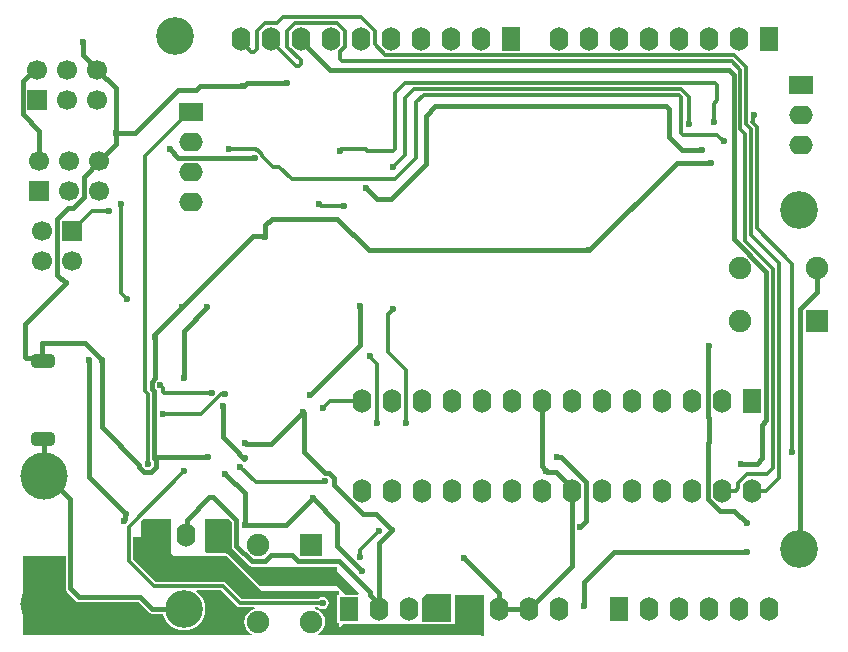
<source format=gbl>
G04*
G04 #@! TF.GenerationSoftware,Altium Limited,Altium Designer,20.1.7 (139)*
G04*
G04 Layer_Physical_Order=2*
G04 Layer_Color=16711680*
%FSLAX44Y44*%
%MOMM*%
G71*
G04*
G04 #@! TF.SameCoordinates,E8198626-57D4-45C4-B418-2AD32184AFD2*
G04*
G04*
G04 #@! TF.FilePolarity,Positive*
G04*
G01*
G75*
%ADD18R,1.9000X1.9000*%
%ADD65R,1.9000X1.9000*%
%ADD66C,1.9000*%
%ADD72C,0.3000*%
%ADD73C,0.4000*%
%ADD74O,1.6000X2.0000*%
%ADD75R,1.6000X2.0000*%
%ADD76C,3.2000*%
G04:AMPARAMS|DCode=77|XSize=2mm|YSize=1.2mm|CornerRadius=0.36mm|HoleSize=0mm|Usage=FLASHONLY|Rotation=0.000|XOffset=0mm|YOffset=0mm|HoleType=Round|Shape=RoundedRectangle|*
%AMROUNDEDRECTD77*
21,1,2.0000,0.4800,0,0,0.0*
21,1,1.2800,1.2000,0,0,0.0*
1,1,0.7200,0.6400,-0.2400*
1,1,0.7200,-0.6400,-0.2400*
1,1,0.7200,-0.6400,0.2400*
1,1,0.7200,0.6400,0.2400*
%
%ADD77ROUNDEDRECTD77*%
%ADD78R,1.7000X1.7000*%
%ADD79C,1.7000*%
%ADD80O,2.0000X1.6000*%
%ADD81R,2.0000X1.6000*%
%ADD82C,4.0000*%
%ADD83C,0.6000*%
G36*
X180000Y98732D02*
Y77500D01*
X180282D01*
X180333Y77247D01*
X181217Y75924D01*
X194024Y63116D01*
X194024Y63116D01*
X195347Y62232D01*
X196497Y62003D01*
X197500Y61000D01*
X269000D01*
Y57000D01*
X287427Y38573D01*
X286941Y37400D01*
X276600D01*
X269500Y44500D01*
X204384D01*
X176942Y71942D01*
X176280Y72384D01*
X175500Y72539D01*
X174961D01*
X174500Y73000D01*
X158000D01*
X157500Y75500D01*
Y101500D01*
X177232D01*
X180000Y98732D01*
D02*
G37*
G36*
X129000Y72500D02*
X131000Y70500D01*
X175500D01*
X205500Y40500D01*
X270500D01*
Y37400D01*
X269400D01*
Y13400D01*
X270500D01*
Y9000D01*
X274000Y12500D01*
X369000D01*
Y36793D01*
X369500Y37000D01*
X393500D01*
Y2659D01*
X392327Y2173D01*
X391500Y3000D01*
X253106D01*
X252854Y4270D01*
X253300Y4455D01*
X255702Y6298D01*
X257545Y8700D01*
X258704Y11498D01*
X259099Y14500D01*
X258704Y17502D01*
X257545Y20300D01*
X255702Y22702D01*
X253300Y24545D01*
X250502Y25704D01*
X250723Y26931D01*
X253371D01*
X253395Y26895D01*
X255049Y25790D01*
X257000Y25402D01*
X258951Y25790D01*
X260605Y26895D01*
X261710Y28549D01*
X262098Y30500D01*
X261710Y32451D01*
X260605Y34105D01*
X258951Y35210D01*
X257000Y35598D01*
X255049Y35210D01*
X253395Y34105D01*
X253371Y34069D01*
X188200D01*
X174845Y47423D01*
X173687Y48197D01*
X172322Y48469D01*
X115578D01*
X96569Y67478D01*
Y86500D01*
X103000D01*
Y99953D01*
X104547Y101500D01*
X129000D01*
Y72500D01*
D02*
G37*
G36*
X365500Y15000D02*
X365309Y14539D01*
X341000D01*
Y34500D01*
X345000Y38500D01*
X365500D01*
Y15000D01*
D02*
G37*
G36*
X39422Y43000D02*
X39422Y43000D01*
X39732Y41439D01*
X40616Y40116D01*
X48116Y32616D01*
X48116Y32616D01*
X49439Y31732D01*
X51000Y31422D01*
X100811D01*
X109716Y22516D01*
X111039Y21632D01*
X112600Y21322D01*
X112600Y21322D01*
X122127D01*
X122990Y18478D01*
X124661Y15351D01*
X126910Y12610D01*
X129651Y10361D01*
X132778Y8690D01*
X136171Y7660D01*
X139700Y7313D01*
X143229Y7660D01*
X146622Y8690D01*
X149749Y10361D01*
X152490Y12610D01*
X154739Y15351D01*
X156410Y18478D01*
X157439Y21871D01*
X157787Y25400D01*
X157439Y28929D01*
X156410Y32322D01*
X154739Y35449D01*
X152490Y38189D01*
X150209Y40061D01*
X150663Y41331D01*
X170844D01*
X184198Y27977D01*
X185356Y27203D01*
X186722Y26931D01*
X199277D01*
X199498Y25704D01*
X196700Y24545D01*
X194298Y22702D01*
X192455Y20300D01*
X191296Y17502D01*
X190901Y14500D01*
X191296Y11498D01*
X192455Y8700D01*
X194298Y6298D01*
X196700Y4455D01*
X197146Y4270D01*
X196894Y3000D01*
X3707D01*
X3500Y3500D01*
Y70500D01*
X39422D01*
Y43000D01*
D02*
G37*
D18*
X247500Y79500D02*
D03*
D65*
X675500Y269000D02*
D03*
D66*
Y314000D02*
D03*
X610500D02*
D03*
Y269000D02*
D03*
X247500Y14500D02*
D03*
X202500D02*
D03*
Y79500D02*
D03*
D72*
X107000Y409000D02*
X144000Y446000D01*
X107000Y209822D02*
Y409000D01*
X109000Y148500D02*
Y207822D01*
X107000Y209822D02*
X109000Y207822D01*
X119500Y215000D02*
X122074Y212426D01*
X654500Y158000D02*
Y317902D01*
X624500Y347902D02*
X654500Y317902D01*
X259000Y133085D02*
X259314Y133399D01*
X259000Y133000D02*
Y133085D01*
X200500Y133000D02*
X259000D01*
X187500Y146000D02*
X200500Y133000D01*
X93000Y66000D02*
X114100Y44900D01*
X172322D01*
X186722Y30500D01*
X257000D01*
X93000Y66000D02*
Y95000D01*
X140000Y142000D01*
X121500Y190500D02*
X154192D01*
X122074Y209425D02*
Y212426D01*
Y209425D02*
X123000Y208500D01*
X144000Y446000D02*
X146000D01*
X123000Y208500D02*
X163000D01*
X86500Y293000D02*
X91500Y288000D01*
X86500Y293000D02*
Y368500D01*
X256000Y366500D02*
X275500D01*
X254000Y368500D02*
X256000Y366500D01*
X288500Y69900D02*
Y75500D01*
Y69900D02*
X288700Y69700D01*
X154192Y190500D02*
X171192Y207500D01*
X174420D01*
X174789Y207132D01*
X315500Y278621D02*
X316500Y279621D01*
X315500Y277810D02*
Y278621D01*
X312500Y274810D02*
X315500Y277810D01*
X312500Y243000D02*
Y274810D01*
X595250Y125730D02*
X607393D01*
X609150Y127487D02*
Y132493D01*
X616657Y140000D01*
X607393Y125730D02*
X609150Y127487D01*
X616657Y140000D02*
X633243D01*
X326500Y409500D02*
Y458000D01*
X336000Y407500D02*
Y454500D01*
X318000Y389500D02*
X336000Y407500D01*
X317000Y400000D02*
X326500Y409500D01*
X318500Y415257D02*
Y462500D01*
X294527Y413500D02*
X316743D01*
X231000Y389500D02*
X318000D01*
X316743Y413500D02*
X318500Y415257D01*
X560500Y428500D02*
X562500Y426500D01*
X567500Y436000D02*
Y459314D01*
X560500Y428500D02*
Y459243D01*
X562500Y426500D02*
X591308D01*
X560814Y466000D02*
X567500Y459314D01*
X200278Y414500D02*
X200778Y414000D01*
X206000Y408778D02*
X214778Y400000D01*
X202192Y414000D02*
X206000Y410192D01*
Y408778D02*
Y410192D01*
X200778Y414000D02*
X202192D01*
X214778Y400000D02*
X220500D01*
X177500Y414500D02*
X200278D01*
X220500Y400000D02*
X231000Y389500D01*
X288500Y75500D02*
X304500Y91500D01*
X336000Y454500D02*
X342500Y461000D01*
X326500Y458000D02*
X334500Y466000D01*
X595000Y423500D02*
X596846Y421654D01*
Y421654D02*
Y421654D01*
X594308Y423500D02*
X595000D01*
X591308Y426500D02*
X594308Y423500D01*
X45000Y345400D02*
X61600Y362000D01*
X76000D01*
X263430Y201930D02*
X290450D01*
X257000Y195500D02*
X263430Y201930D01*
X272693Y414500D02*
X293527D01*
X271345Y413152D02*
X272693Y414500D01*
X293527D02*
X294527Y413500D01*
X318500Y462500D02*
X327000Y471000D01*
X589243D01*
X187960Y506000D02*
X196799Y497161D01*
X187960Y506000D02*
Y508000D01*
X199284Y497161D02*
X201860Y499737D01*
X196799Y497161D02*
X199284D01*
X201860Y499737D02*
Y514763D01*
X558743Y461000D02*
X560500Y459243D01*
X589243Y471000D02*
X591000Y469243D01*
Y456156D02*
Y469243D01*
X334500Y466000D02*
X560814D01*
X342500Y461000D02*
X558743D01*
X603571Y489000D02*
X610500Y482071D01*
X271964Y490757D02*
X273722Y489000D01*
X603571D01*
X271964Y490757D02*
Y497541D01*
X610500Y431929D02*
X614500Y427929D01*
X605142Y494500D02*
X615500Y484142D01*
X610500Y431929D02*
Y482071D01*
X615500Y435818D02*
X619500Y431818D01*
X615500Y435818D02*
Y484142D01*
X621426Y443426D02*
X622000Y444000D01*
X621426Y438815D02*
Y443426D01*
X588000Y438000D02*
Y453156D01*
X591000Y456156D01*
X620500Y437889D02*
X621426Y438815D01*
X620500Y437889D02*
X624500Y433889D01*
X619500Y342000D02*
Y431818D01*
X614500Y336870D02*
Y427929D01*
Y336870D02*
X638150Y313220D01*
X289323Y526500D02*
X301060Y514763D01*
Y503637D02*
X310197Y494500D01*
X619500Y342000D02*
X643500Y318000D01*
X310197Y494500D02*
X605142D01*
X301060Y503637D02*
Y514763D01*
X624500Y347902D02*
Y433889D01*
X223123Y526500D02*
X289323D01*
X271964Y497541D02*
X275660Y501237D01*
X236845Y485000D02*
X238603Y486757D01*
X275660Y501237D02*
Y514763D01*
X227260Y501237D02*
Y514763D01*
X233997Y521500D02*
X268923D01*
X234360Y485000D02*
X236845D01*
X218123Y521500D02*
X223123Y526500D01*
X227260Y501237D02*
X238603Y489894D01*
X268923Y521500D02*
X275660Y514763D01*
X227260D02*
X233997Y521500D01*
X238603Y486757D02*
Y489894D01*
X213360Y506000D02*
X234360Y485000D01*
X643500Y136500D02*
Y318000D01*
X638150Y144907D02*
Y313220D01*
X633243Y140000D02*
X638150Y144907D01*
X213360Y506000D02*
Y508000D01*
X208597Y521500D02*
X218123D01*
X201860Y514763D02*
X208597Y521500D01*
X632730Y125730D02*
X643500Y136500D01*
X620650Y125730D02*
X632730D01*
X312500Y243000D02*
X328000Y227500D01*
Y183000D02*
Y227500D01*
X297500Y238688D02*
X303000Y233188D01*
Y183000D02*
Y233188D01*
X297500Y238688D02*
Y239500D01*
D73*
X164407Y120093D02*
X184100Y100400D01*
X141600Y88000D02*
X142199Y88599D01*
Y101199D02*
X161093Y120093D01*
X142199Y88599D02*
Y101199D01*
X161093Y120093D02*
X164407D01*
X191101Y97424D02*
Y123399D01*
X190177Y96500D02*
X191101Y97424D01*
X190177Y96500D02*
X226000D01*
X174500Y140000D02*
X191101Y123399D01*
X184100Y78808D02*
Y100400D01*
X115500Y220900D02*
Y255646D01*
X112500Y217899D02*
X115500Y220900D01*
X112500Y212101D02*
Y217899D01*
Y212101D02*
X114500Y210100D01*
Y154843D02*
Y210100D01*
X475250Y94558D02*
X480250Y99558D01*
Y132701D01*
X458451Y154500D02*
X480250Y132701D01*
X455500Y154500D02*
X458451D01*
X661500Y77300D02*
Y279657D01*
X660400Y76200D02*
X661500Y77300D01*
Y279657D02*
X675500Y293657D01*
X172500Y171000D02*
Y197000D01*
Y171000D02*
X181809Y161691D01*
X19500Y250720D02*
X56280D01*
X70500Y236500D01*
X19500Y236000D02*
Y250720D01*
X70500Y179222D02*
X102000Y147722D01*
X70500Y179222D02*
Y236500D01*
X59500Y137000D02*
Y236500D01*
Y137000D02*
X90500Y106000D01*
X262213Y140399D02*
X266314Y136298D01*
Y133464D02*
X266569Y133209D01*
X266314Y133464D02*
Y136298D01*
X259379Y140399D02*
X262213D01*
X241500Y158278D02*
X259379Y140399D01*
X304800Y29542D02*
Y81300D01*
X266569Y130640D02*
Y133209D01*
Y130640D02*
X291638Y105571D01*
X301929D01*
X241500Y158278D02*
Y191500D01*
X181809Y161691D02*
X190875Y152626D01*
X174387Y139887D02*
X174500Y140000D01*
X190875Y152626D02*
X191293Y153044D01*
X174281Y139887D02*
X174387D01*
X270942Y66000D02*
X297400Y39542D01*
X304800Y25400D02*
Y29542D01*
X297400Y36942D02*
X304800Y29542D01*
X297400Y36942D02*
Y39542D01*
X236343Y66000D02*
X270942D01*
X88654Y100387D02*
X90117Y101851D01*
X88654Y99846D02*
Y100387D01*
X90117Y101851D02*
Y105617D01*
X90500Y106000D01*
X114500Y152900D02*
Y154843D01*
X102000Y145601D02*
X106101Y141500D01*
X111899D01*
X116000Y145601D01*
Y151399D01*
X102000Y145601D02*
Y147722D01*
X114500Y152900D02*
X116000Y151399D01*
X114500Y257500D02*
X138000Y281000D01*
X198000Y341000D01*
X114500Y154843D02*
X114843Y154500D01*
X114500Y255646D02*
Y257500D01*
X114843Y154500D02*
X160000D01*
X269365Y79135D02*
X290500Y58000D01*
X269365Y79135D02*
Y98135D01*
X248500Y119000D02*
X269365Y98135D01*
X304800Y81300D02*
X315500Y92000D01*
X483000Y329000D02*
X557000Y403000D01*
X586000D01*
X213843Y356000D02*
X269000D01*
X208000Y340500D02*
Y350157D01*
X213843Y356000D01*
X296000Y329000D02*
X483000D01*
X269000Y356000D02*
X296000Y329000D01*
X207500Y341000D02*
X208000Y340500D01*
X198000Y341000D02*
X207500D01*
X45417Y364740D02*
X54600Y373922D01*
X32500Y355557D02*
X41683Y364740D01*
X54600Y373922D02*
Y391600D01*
X41683Y364740D02*
X45417D01*
X32500Y308293D02*
Y355557D01*
Y308293D02*
X39379Y301414D01*
X54600Y391600D02*
X67500Y404500D01*
X17488Y238012D02*
X19500Y236000D01*
X5000Y238843D02*
Y267035D01*
X5831Y238012D02*
X17488D01*
X5000Y238843D02*
X5831Y238012D01*
X5000Y267035D02*
X39379Y301414D01*
X184100Y78808D02*
X196908Y66000D01*
X208515D01*
X226000Y96500D02*
X248500Y119000D01*
X208515Y66000D02*
X213515Y71000D01*
X231343D02*
X236343Y66000D01*
X213515Y71000D02*
X231343D01*
X19500Y236000D02*
X20500Y235000D01*
X139500Y221000D02*
Y261000D01*
X159500Y281000D01*
X288500Y249000D02*
Y282000D01*
X246000Y206500D02*
X288500Y249000D01*
X193041Y471000D02*
X227000D01*
X190541Y468500D02*
X193041Y471000D01*
X190000Y468500D02*
X190541D01*
X189500Y468000D02*
X190000Y468500D01*
X150000Y464500D02*
X153500Y468000D01*
X189500D01*
X134271Y464500D02*
X150000D01*
X98271Y428500D02*
X134271Y464500D01*
X82000Y428500D02*
X98271D01*
X67500Y404500D02*
X82000Y419000D01*
Y428500D01*
X66400Y481900D02*
X82000Y466300D01*
Y428500D02*
Y466300D01*
X54000Y494300D02*
Y505500D01*
Y494300D02*
X66400Y481900D01*
X21000Y138000D02*
Y168500D01*
X20500Y169000D02*
X21000Y168500D01*
X43500Y43000D02*
Y118157D01*
X21000Y138000D02*
X23657D01*
X43500Y118157D01*
Y43000D02*
X51000Y35500D01*
X102500D01*
X112600Y25400D01*
X139700D01*
X21000Y30000D02*
X28843D01*
X446500Y142000D02*
Y142541D01*
X442850Y146191D02*
X446500Y142541D01*
X442850Y146191D02*
Y201930D01*
X406400Y25400D02*
Y39100D01*
X376500Y69000D02*
X406400Y39100D01*
X468250Y125730D02*
Y127730D01*
X454363Y141617D02*
X468250Y127730D01*
X446883Y141617D02*
X454363D01*
X446500Y142000D02*
X446883Y141617D01*
X431800Y25400D02*
Y25800D01*
X468250Y62250D01*
Y125730D01*
X406400Y25400D02*
X431800D01*
X503515Y73500D02*
X616000D01*
X478000Y47985D02*
X503515Y73500D01*
X478000Y28000D02*
Y47985D01*
X584000Y166500D02*
Y187325D01*
X583250Y188075D02*
X584000Y187325D01*
X583250Y188075D02*
Y247750D01*
X584000Y248500D01*
X583250Y165750D02*
X584000Y166500D01*
X583250Y118759D02*
Y165750D01*
X605679Y108821D02*
X616000Y98500D01*
X593188Y108821D02*
X605679D01*
X583250Y118759D02*
X593188Y108821D01*
X675500Y293657D02*
Y314000D01*
X303000Y372500D02*
X315000D01*
X293500Y382000D02*
X303000Y372500D01*
X344500Y402000D02*
Y443000D01*
X315000Y372500D02*
X344500Y402000D01*
Y443000D02*
X352500Y451000D01*
X550500Y425000D02*
Y448657D01*
X548157Y451000D02*
X550500Y448657D01*
X352500Y451000D02*
X548157D01*
X550500Y425000D02*
X561500Y414000D01*
X578500D01*
X127500Y414500D02*
X134500Y407500D01*
X199500D01*
X12400Y481900D02*
X15600D01*
X3100Y472600D02*
X12400Y481900D01*
X16700Y404500D02*
Y430537D01*
X3100Y444137D02*
X16700Y430537D01*
X3100Y444137D02*
Y472600D01*
X192500Y165000D02*
X213000D01*
X191500Y166000D02*
X192500Y165000D01*
X213000D02*
X240500Y192500D01*
X241500Y191500D01*
X301929Y105571D02*
X315500Y92000D01*
X468250Y199930D02*
Y201930D01*
X601157Y481500D02*
X605000Y477657D01*
X238760Y506000D02*
X263260Y481500D01*
X601157D01*
X605000Y338592D02*
Y477657D01*
Y338592D02*
X632650Y310942D01*
X629000Y153000D02*
Y181468D01*
X632650Y185119D01*
X624500Y148500D02*
X629000Y153000D01*
X632650Y185119D02*
Y310942D01*
X611000Y148500D02*
X624500D01*
X238760Y506000D02*
Y508000D01*
D74*
X290450Y125730D02*
D03*
X315850D02*
D03*
X341250D02*
D03*
X366650D02*
D03*
X392050D02*
D03*
X417450D02*
D03*
X442850D02*
D03*
X468250D02*
D03*
X493650D02*
D03*
X519050D02*
D03*
X544450D02*
D03*
X569850D02*
D03*
X595250D02*
D03*
X620650D02*
D03*
X290450Y201930D02*
D03*
X315850D02*
D03*
X341250D02*
D03*
X366650D02*
D03*
X392050D02*
D03*
X417450D02*
D03*
X442850D02*
D03*
X468250D02*
D03*
X493650D02*
D03*
X519050D02*
D03*
X544450D02*
D03*
X569850D02*
D03*
X595250D02*
D03*
X365760Y508000D02*
D03*
X289560D02*
D03*
X340360D02*
D03*
X314960D02*
D03*
X391160D02*
D03*
X457200D02*
D03*
X482600D02*
D03*
X508000D02*
D03*
X533400D02*
D03*
X558800D02*
D03*
X584200D02*
D03*
X609600D02*
D03*
X264160D02*
D03*
X431800Y25400D02*
D03*
X406400D02*
D03*
X187960Y508000D02*
D03*
X635000Y25400D02*
D03*
X213360Y508000D02*
D03*
X609600Y25400D02*
D03*
X584200D02*
D03*
X558800D02*
D03*
X533400D02*
D03*
X330200D02*
D03*
X238760Y508000D02*
D03*
X381000Y25400D02*
D03*
X141600Y88000D02*
D03*
X304800Y25400D02*
D03*
X167000Y88000D02*
D03*
X355600Y25400D02*
D03*
X457200D02*
D03*
D75*
X620650Y201930D02*
D03*
X416560Y508000D02*
D03*
X635000D02*
D03*
X508000Y25400D02*
D03*
X116200Y88000D02*
D03*
X279400Y25400D02*
D03*
D76*
X132000Y510500D02*
D03*
X660000Y363500D02*
D03*
X660400Y76200D02*
D03*
X139700Y25400D02*
D03*
D77*
X20500Y169000D02*
D03*
Y235000D02*
D03*
D78*
X45000Y345400D02*
D03*
X15600Y456500D02*
D03*
X16700Y379100D02*
D03*
D79*
X19600Y345400D02*
D03*
X45000Y320000D02*
D03*
X19600D02*
D03*
X41000Y456500D02*
D03*
Y481900D02*
D03*
X67500Y404500D02*
D03*
X66400Y481900D02*
D03*
Y456500D02*
D03*
X42100Y379100D02*
D03*
Y404500D02*
D03*
X67500Y379100D02*
D03*
X16700Y404500D02*
D03*
X15600Y481900D02*
D03*
D80*
X662000Y418200D02*
D03*
Y443600D02*
D03*
X146000Y369800D02*
D03*
Y420600D02*
D03*
Y395200D02*
D03*
D81*
X662000Y469000D02*
D03*
X146000Y446000D02*
D03*
D82*
X21000Y138000D02*
D03*
Y30000D02*
D03*
D83*
X191101Y96500D02*
D03*
X119500Y215000D02*
D03*
X455500Y154500D02*
D03*
X654500Y158000D02*
D03*
X172500Y197000D02*
D03*
X70500Y236500D02*
D03*
X59500D02*
D03*
X259314Y133399D02*
D03*
X187500Y146000D02*
D03*
X191293Y153044D02*
D03*
X174281Y139887D02*
D03*
X257000Y30500D02*
D03*
X88654Y99846D02*
D03*
X140000Y142000D02*
D03*
X109000Y148500D02*
D03*
X121500Y190500D02*
D03*
X115500Y255646D02*
D03*
X91500Y288000D02*
D03*
X86500Y368500D02*
D03*
X254000D02*
D03*
X275500Y366500D02*
D03*
X288700Y69700D02*
D03*
X290500Y58000D02*
D03*
X586000Y403000D02*
D03*
X483000Y329000D02*
D03*
X208000Y340500D02*
D03*
X39379Y301414D02*
D03*
X248500Y119000D02*
D03*
X138000Y281000D02*
D03*
X160000Y154500D02*
D03*
X174789Y207132D02*
D03*
X139500Y221000D02*
D03*
X159500Y281000D02*
D03*
X163000Y208500D02*
D03*
X246000Y206500D02*
D03*
X288500Y282000D02*
D03*
X316500Y279621D02*
D03*
X227000Y471000D02*
D03*
X190000Y468500D02*
D03*
X82000Y428500D02*
D03*
X54000Y505500D02*
D03*
X376500Y69000D02*
D03*
X446500Y142000D02*
D03*
X475250Y94558D02*
D03*
X616000Y73500D02*
D03*
X478000Y28000D02*
D03*
X584000Y248500D02*
D03*
X616000Y98500D02*
D03*
X293500Y382000D02*
D03*
X317000Y400000D02*
D03*
X567500Y436000D02*
D03*
X578500Y414000D02*
D03*
X199500Y407500D02*
D03*
X177500Y414500D02*
D03*
X127500Y414500D02*
D03*
X191500Y166000D02*
D03*
X240500Y192500D02*
D03*
X315500Y92000D02*
D03*
X304500Y91500D02*
D03*
X76000Y362000D02*
D03*
X257000Y195500D02*
D03*
X90500Y106000D02*
D03*
X271345Y413152D02*
D03*
X622000Y444000D02*
D03*
X588000Y438000D02*
D03*
X596846Y421654D02*
D03*
X611000Y148500D02*
D03*
X328000Y183000D02*
D03*
X303000D02*
D03*
X297500Y239500D02*
D03*
M02*

</source>
